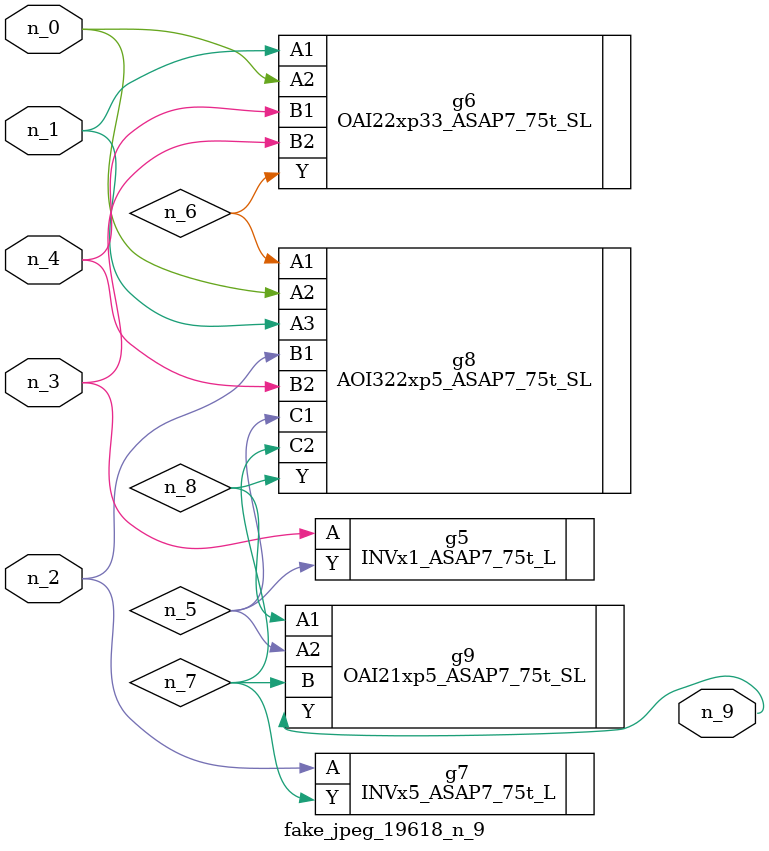
<source format=v>
module fake_jpeg_19618_n_9 (n_3, n_2, n_1, n_0, n_4, n_9);

input n_3;
input n_2;
input n_1;
input n_0;
input n_4;

output n_9;

wire n_8;
wire n_6;
wire n_5;
wire n_7;

INVx1_ASAP7_75t_L g5 ( 
.A(n_3),
.Y(n_5)
);

OAI22xp33_ASAP7_75t_SL g6 ( 
.A1(n_1),
.A2(n_0),
.B1(n_4),
.B2(n_3),
.Y(n_6)
);

INVx5_ASAP7_75t_L g7 ( 
.A(n_2),
.Y(n_7)
);

AOI322xp5_ASAP7_75t_SL g8 ( 
.A1(n_6),
.A2(n_0),
.A3(n_1),
.B1(n_2),
.B2(n_4),
.C1(n_5),
.C2(n_7),
.Y(n_8)
);

OAI21xp5_ASAP7_75t_SL g9 ( 
.A1(n_8),
.A2(n_5),
.B(n_7),
.Y(n_9)
);


endmodule
</source>
